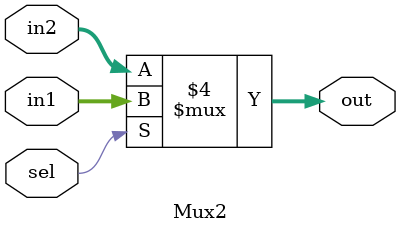
<source format=v>
module Mux2(
in1,
in2,
sel,
out
);
input [7:0] in1;
input [7:0] in2;
input sel;
output reg [7:0] out;
always@ (*) 
	begin
		if(sel == 1)
			out <= in1; 
		else
			out <= in2;
	end
endmodule

</source>
